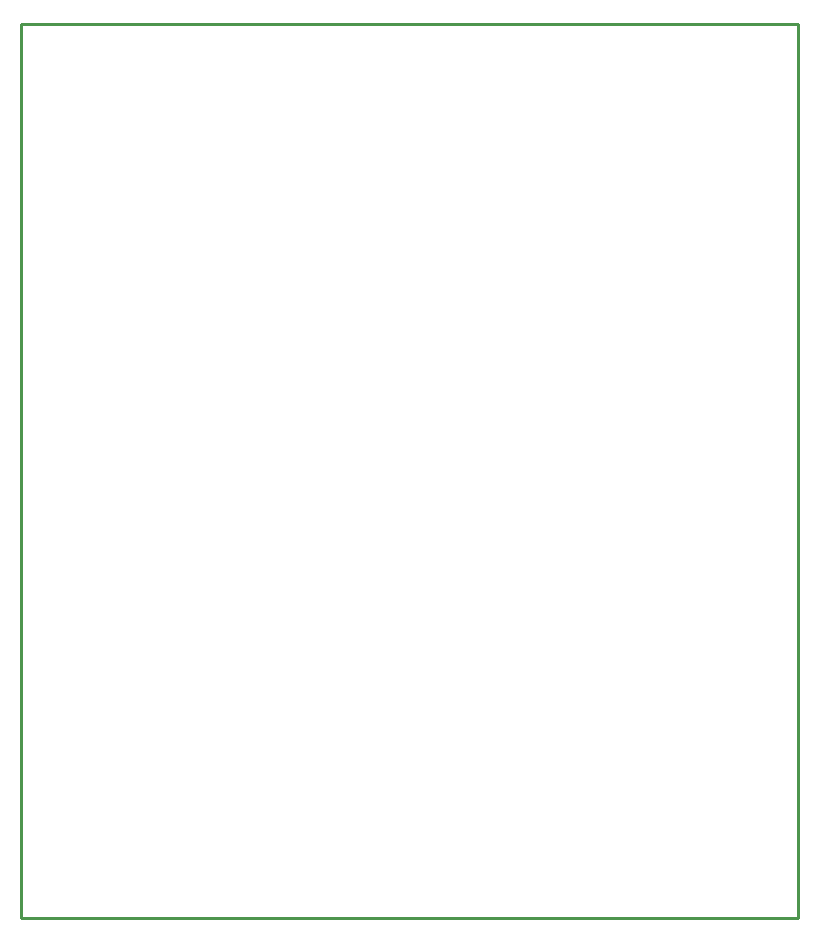
<source format=gko>
G04 Layer: BoardOutline*
G04 EasyEDA v6.4.5, 2020-09-03T12:26:06--7:00*
G04 e5bad7cf5beb4b60abe831444af73797,95dd31e7bbc04d03a1fa04b442bf807f,10*
G04 Gerber Generator version 0.2*
G04 Scale: 100 percent, Rotated: No, Reflected: No *
G04 Dimensions in millimeters *
G04 leading zeros omitted , absolute positions ,3 integer and 3 decimal *
%FSLAX33Y33*%
%MOMM*%
G90*
G71D02*

%ADD10C,0.254000*%
G54D10*
G01X0Y75692D02*
G01X0Y75692D01*
G01X65786Y75692D01*
G01X65786Y0D01*
G01X0Y0D01*
G01X0Y75692D01*

%LPD*%
M00*
M02*

</source>
